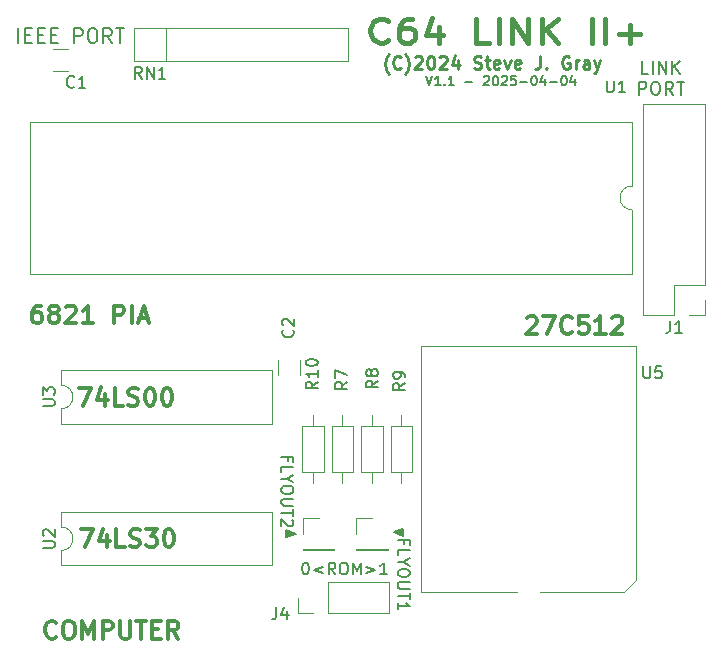
<source format=gbr>
%TF.GenerationSoftware,KiCad,Pcbnew,9.0.0*%
%TF.CreationDate,2025-04-04T12:39:40-04:00*%
%TF.ProjectId,RTC-Link2p,5254432d-4c69-46e6-9b32-702e6b696361,rev?*%
%TF.SameCoordinates,Original*%
%TF.FileFunction,Legend,Top*%
%TF.FilePolarity,Positive*%
%FSLAX46Y46*%
G04 Gerber Fmt 4.6, Leading zero omitted, Abs format (unit mm)*
G04 Created by KiCad (PCBNEW 9.0.0) date 2025-04-04 12:39:40*
%MOMM*%
%LPD*%
G01*
G04 APERTURE LIST*
%ADD10C,0.150000*%
%ADD11C,0.300000*%
%ADD12C,0.220000*%
%ADD13C,0.200000*%
%ADD14C,0.400000*%
%ADD15C,0.120000*%
G04 APERTURE END LIST*
D10*
X147802600Y-99237800D02*
X146989800Y-99517200D01*
X146989800Y-98933000D01*
X147802600Y-99237800D01*
G36*
X147802600Y-99237800D02*
G01*
X146989800Y-99517200D01*
X146989800Y-98933000D01*
X147802600Y-99237800D01*
G37*
X156921200Y-99415600D02*
X156108400Y-99110800D01*
X156921200Y-98831400D01*
X156921200Y-99415600D01*
G36*
X156921200Y-99415600D02*
G01*
X156108400Y-99110800D01*
X156921200Y-98831400D01*
X156921200Y-99415600D01*
G37*
X148583855Y-101663619D02*
X148679093Y-101663619D01*
X148679093Y-101663619D02*
X148774331Y-101711238D01*
X148774331Y-101711238D02*
X148821950Y-101758857D01*
X148821950Y-101758857D02*
X148869569Y-101854095D01*
X148869569Y-101854095D02*
X148917188Y-102044571D01*
X148917188Y-102044571D02*
X148917188Y-102282666D01*
X148917188Y-102282666D02*
X148869569Y-102473142D01*
X148869569Y-102473142D02*
X148821950Y-102568380D01*
X148821950Y-102568380D02*
X148774331Y-102616000D01*
X148774331Y-102616000D02*
X148679093Y-102663619D01*
X148679093Y-102663619D02*
X148583855Y-102663619D01*
X148583855Y-102663619D02*
X148488617Y-102616000D01*
X148488617Y-102616000D02*
X148440998Y-102568380D01*
X148440998Y-102568380D02*
X148393379Y-102473142D01*
X148393379Y-102473142D02*
X148345760Y-102282666D01*
X148345760Y-102282666D02*
X148345760Y-102044571D01*
X148345760Y-102044571D02*
X148393379Y-101854095D01*
X148393379Y-101854095D02*
X148440998Y-101758857D01*
X148440998Y-101758857D02*
X148488617Y-101711238D01*
X148488617Y-101711238D02*
X148583855Y-101663619D01*
X150107665Y-101996952D02*
X149345760Y-102282666D01*
X149345760Y-102282666D02*
X150107665Y-102568380D01*
X151155283Y-102663619D02*
X150821950Y-102187428D01*
X150583855Y-102663619D02*
X150583855Y-101663619D01*
X150583855Y-101663619D02*
X150964807Y-101663619D01*
X150964807Y-101663619D02*
X151060045Y-101711238D01*
X151060045Y-101711238D02*
X151107664Y-101758857D01*
X151107664Y-101758857D02*
X151155283Y-101854095D01*
X151155283Y-101854095D02*
X151155283Y-101996952D01*
X151155283Y-101996952D02*
X151107664Y-102092190D01*
X151107664Y-102092190D02*
X151060045Y-102139809D01*
X151060045Y-102139809D02*
X150964807Y-102187428D01*
X150964807Y-102187428D02*
X150583855Y-102187428D01*
X151774331Y-101663619D02*
X151964807Y-101663619D01*
X151964807Y-101663619D02*
X152060045Y-101711238D01*
X152060045Y-101711238D02*
X152155283Y-101806476D01*
X152155283Y-101806476D02*
X152202902Y-101996952D01*
X152202902Y-101996952D02*
X152202902Y-102330285D01*
X152202902Y-102330285D02*
X152155283Y-102520761D01*
X152155283Y-102520761D02*
X152060045Y-102616000D01*
X152060045Y-102616000D02*
X151964807Y-102663619D01*
X151964807Y-102663619D02*
X151774331Y-102663619D01*
X151774331Y-102663619D02*
X151679093Y-102616000D01*
X151679093Y-102616000D02*
X151583855Y-102520761D01*
X151583855Y-102520761D02*
X151536236Y-102330285D01*
X151536236Y-102330285D02*
X151536236Y-101996952D01*
X151536236Y-101996952D02*
X151583855Y-101806476D01*
X151583855Y-101806476D02*
X151679093Y-101711238D01*
X151679093Y-101711238D02*
X151774331Y-101663619D01*
X152631474Y-102663619D02*
X152631474Y-101663619D01*
X152631474Y-101663619D02*
X152964807Y-102377904D01*
X152964807Y-102377904D02*
X153298140Y-101663619D01*
X153298140Y-101663619D02*
X153298140Y-102663619D01*
X153774331Y-101996952D02*
X154536236Y-102282666D01*
X154536236Y-102282666D02*
X153774331Y-102568380D01*
X155536235Y-102663619D02*
X154964807Y-102663619D01*
X155250521Y-102663619D02*
X155250521Y-101663619D01*
X155250521Y-101663619D02*
X155155283Y-101806476D01*
X155155283Y-101806476D02*
X155060045Y-101901714D01*
X155060045Y-101901714D02*
X154964807Y-101949333D01*
D11*
X126197368Y-79900828D02*
X125911653Y-79900828D01*
X125911653Y-79900828D02*
X125768796Y-79972257D01*
X125768796Y-79972257D02*
X125697368Y-80043685D01*
X125697368Y-80043685D02*
X125554510Y-80257971D01*
X125554510Y-80257971D02*
X125483082Y-80543685D01*
X125483082Y-80543685D02*
X125483082Y-81115114D01*
X125483082Y-81115114D02*
X125554510Y-81257971D01*
X125554510Y-81257971D02*
X125625939Y-81329400D01*
X125625939Y-81329400D02*
X125768796Y-81400828D01*
X125768796Y-81400828D02*
X126054510Y-81400828D01*
X126054510Y-81400828D02*
X126197368Y-81329400D01*
X126197368Y-81329400D02*
X126268796Y-81257971D01*
X126268796Y-81257971D02*
X126340225Y-81115114D01*
X126340225Y-81115114D02*
X126340225Y-80757971D01*
X126340225Y-80757971D02*
X126268796Y-80615114D01*
X126268796Y-80615114D02*
X126197368Y-80543685D01*
X126197368Y-80543685D02*
X126054510Y-80472257D01*
X126054510Y-80472257D02*
X125768796Y-80472257D01*
X125768796Y-80472257D02*
X125625939Y-80543685D01*
X125625939Y-80543685D02*
X125554510Y-80615114D01*
X125554510Y-80615114D02*
X125483082Y-80757971D01*
X127197367Y-80543685D02*
X127054510Y-80472257D01*
X127054510Y-80472257D02*
X126983081Y-80400828D01*
X126983081Y-80400828D02*
X126911653Y-80257971D01*
X126911653Y-80257971D02*
X126911653Y-80186542D01*
X126911653Y-80186542D02*
X126983081Y-80043685D01*
X126983081Y-80043685D02*
X127054510Y-79972257D01*
X127054510Y-79972257D02*
X127197367Y-79900828D01*
X127197367Y-79900828D02*
X127483081Y-79900828D01*
X127483081Y-79900828D02*
X127625939Y-79972257D01*
X127625939Y-79972257D02*
X127697367Y-80043685D01*
X127697367Y-80043685D02*
X127768796Y-80186542D01*
X127768796Y-80186542D02*
X127768796Y-80257971D01*
X127768796Y-80257971D02*
X127697367Y-80400828D01*
X127697367Y-80400828D02*
X127625939Y-80472257D01*
X127625939Y-80472257D02*
X127483081Y-80543685D01*
X127483081Y-80543685D02*
X127197367Y-80543685D01*
X127197367Y-80543685D02*
X127054510Y-80615114D01*
X127054510Y-80615114D02*
X126983081Y-80686542D01*
X126983081Y-80686542D02*
X126911653Y-80829400D01*
X126911653Y-80829400D02*
X126911653Y-81115114D01*
X126911653Y-81115114D02*
X126983081Y-81257971D01*
X126983081Y-81257971D02*
X127054510Y-81329400D01*
X127054510Y-81329400D02*
X127197367Y-81400828D01*
X127197367Y-81400828D02*
X127483081Y-81400828D01*
X127483081Y-81400828D02*
X127625939Y-81329400D01*
X127625939Y-81329400D02*
X127697367Y-81257971D01*
X127697367Y-81257971D02*
X127768796Y-81115114D01*
X127768796Y-81115114D02*
X127768796Y-80829400D01*
X127768796Y-80829400D02*
X127697367Y-80686542D01*
X127697367Y-80686542D02*
X127625939Y-80615114D01*
X127625939Y-80615114D02*
X127483081Y-80543685D01*
X128340224Y-80043685D02*
X128411652Y-79972257D01*
X128411652Y-79972257D02*
X128554510Y-79900828D01*
X128554510Y-79900828D02*
X128911652Y-79900828D01*
X128911652Y-79900828D02*
X129054510Y-79972257D01*
X129054510Y-79972257D02*
X129125938Y-80043685D01*
X129125938Y-80043685D02*
X129197367Y-80186542D01*
X129197367Y-80186542D02*
X129197367Y-80329400D01*
X129197367Y-80329400D02*
X129125938Y-80543685D01*
X129125938Y-80543685D02*
X128268795Y-81400828D01*
X128268795Y-81400828D02*
X129197367Y-81400828D01*
X130625938Y-81400828D02*
X129768795Y-81400828D01*
X130197366Y-81400828D02*
X130197366Y-79900828D01*
X130197366Y-79900828D02*
X130054509Y-80115114D01*
X130054509Y-80115114D02*
X129911652Y-80257971D01*
X129911652Y-80257971D02*
X129768795Y-80329400D01*
X132411651Y-81400828D02*
X132411651Y-79900828D01*
X132411651Y-79900828D02*
X132983080Y-79900828D01*
X132983080Y-79900828D02*
X133125937Y-79972257D01*
X133125937Y-79972257D02*
X133197366Y-80043685D01*
X133197366Y-80043685D02*
X133268794Y-80186542D01*
X133268794Y-80186542D02*
X133268794Y-80400828D01*
X133268794Y-80400828D02*
X133197366Y-80543685D01*
X133197366Y-80543685D02*
X133125937Y-80615114D01*
X133125937Y-80615114D02*
X132983080Y-80686542D01*
X132983080Y-80686542D02*
X132411651Y-80686542D01*
X133911651Y-81400828D02*
X133911651Y-79900828D01*
X134554509Y-80972257D02*
X135268795Y-80972257D01*
X134411652Y-81400828D02*
X134911652Y-79900828D01*
X134911652Y-79900828D02*
X135411652Y-81400828D01*
D10*
X147110390Y-93024512D02*
X147110390Y-92691179D01*
X146586580Y-92691179D02*
X147586580Y-92691179D01*
X147586580Y-92691179D02*
X147586580Y-93167369D01*
X146586580Y-94024512D02*
X146586580Y-93548322D01*
X146586580Y-93548322D02*
X147586580Y-93548322D01*
X147062771Y-94548322D02*
X146586580Y-94548322D01*
X147586580Y-94214989D02*
X147062771Y-94548322D01*
X147062771Y-94548322D02*
X147586580Y-94881655D01*
X147586580Y-95405465D02*
X147586580Y-95595941D01*
X147586580Y-95595941D02*
X147538961Y-95691179D01*
X147538961Y-95691179D02*
X147443723Y-95786417D01*
X147443723Y-95786417D02*
X147253247Y-95834036D01*
X147253247Y-95834036D02*
X146919914Y-95834036D01*
X146919914Y-95834036D02*
X146729438Y-95786417D01*
X146729438Y-95786417D02*
X146634200Y-95691179D01*
X146634200Y-95691179D02*
X146586580Y-95595941D01*
X146586580Y-95595941D02*
X146586580Y-95405465D01*
X146586580Y-95405465D02*
X146634200Y-95310227D01*
X146634200Y-95310227D02*
X146729438Y-95214989D01*
X146729438Y-95214989D02*
X146919914Y-95167370D01*
X146919914Y-95167370D02*
X147253247Y-95167370D01*
X147253247Y-95167370D02*
X147443723Y-95214989D01*
X147443723Y-95214989D02*
X147538961Y-95310227D01*
X147538961Y-95310227D02*
X147586580Y-95405465D01*
X147586580Y-96262608D02*
X146777057Y-96262608D01*
X146777057Y-96262608D02*
X146681819Y-96310227D01*
X146681819Y-96310227D02*
X146634200Y-96357846D01*
X146634200Y-96357846D02*
X146586580Y-96453084D01*
X146586580Y-96453084D02*
X146586580Y-96643560D01*
X146586580Y-96643560D02*
X146634200Y-96738798D01*
X146634200Y-96738798D02*
X146681819Y-96786417D01*
X146681819Y-96786417D02*
X146777057Y-96834036D01*
X146777057Y-96834036D02*
X147586580Y-96834036D01*
X147586580Y-97167370D02*
X147586580Y-97738798D01*
X146586580Y-97453084D02*
X147586580Y-97453084D01*
X147491342Y-98024513D02*
X147538961Y-98072132D01*
X147538961Y-98072132D02*
X147586580Y-98167370D01*
X147586580Y-98167370D02*
X147586580Y-98405465D01*
X147586580Y-98405465D02*
X147538961Y-98500703D01*
X147538961Y-98500703D02*
X147491342Y-98548322D01*
X147491342Y-98548322D02*
X147396104Y-98595941D01*
X147396104Y-98595941D02*
X147300866Y-98595941D01*
X147300866Y-98595941D02*
X147158009Y-98548322D01*
X147158009Y-98548322D02*
X146586580Y-97976894D01*
X146586580Y-97976894D02*
X146586580Y-98595941D01*
D11*
X127511653Y-107957971D02*
X127440225Y-108029400D01*
X127440225Y-108029400D02*
X127225939Y-108100828D01*
X127225939Y-108100828D02*
X127083082Y-108100828D01*
X127083082Y-108100828D02*
X126868796Y-108029400D01*
X126868796Y-108029400D02*
X126725939Y-107886542D01*
X126725939Y-107886542D02*
X126654510Y-107743685D01*
X126654510Y-107743685D02*
X126583082Y-107457971D01*
X126583082Y-107457971D02*
X126583082Y-107243685D01*
X126583082Y-107243685D02*
X126654510Y-106957971D01*
X126654510Y-106957971D02*
X126725939Y-106815114D01*
X126725939Y-106815114D02*
X126868796Y-106672257D01*
X126868796Y-106672257D02*
X127083082Y-106600828D01*
X127083082Y-106600828D02*
X127225939Y-106600828D01*
X127225939Y-106600828D02*
X127440225Y-106672257D01*
X127440225Y-106672257D02*
X127511653Y-106743685D01*
X128440225Y-106600828D02*
X128725939Y-106600828D01*
X128725939Y-106600828D02*
X128868796Y-106672257D01*
X128868796Y-106672257D02*
X129011653Y-106815114D01*
X129011653Y-106815114D02*
X129083082Y-107100828D01*
X129083082Y-107100828D02*
X129083082Y-107600828D01*
X129083082Y-107600828D02*
X129011653Y-107886542D01*
X129011653Y-107886542D02*
X128868796Y-108029400D01*
X128868796Y-108029400D02*
X128725939Y-108100828D01*
X128725939Y-108100828D02*
X128440225Y-108100828D01*
X128440225Y-108100828D02*
X128297368Y-108029400D01*
X128297368Y-108029400D02*
X128154510Y-107886542D01*
X128154510Y-107886542D02*
X128083082Y-107600828D01*
X128083082Y-107600828D02*
X128083082Y-107100828D01*
X128083082Y-107100828D02*
X128154510Y-106815114D01*
X128154510Y-106815114D02*
X128297368Y-106672257D01*
X128297368Y-106672257D02*
X128440225Y-106600828D01*
X129725939Y-108100828D02*
X129725939Y-106600828D01*
X129725939Y-106600828D02*
X130225939Y-107672257D01*
X130225939Y-107672257D02*
X130725939Y-106600828D01*
X130725939Y-106600828D02*
X130725939Y-108100828D01*
X131440225Y-108100828D02*
X131440225Y-106600828D01*
X131440225Y-106600828D02*
X132011654Y-106600828D01*
X132011654Y-106600828D02*
X132154511Y-106672257D01*
X132154511Y-106672257D02*
X132225940Y-106743685D01*
X132225940Y-106743685D02*
X132297368Y-106886542D01*
X132297368Y-106886542D02*
X132297368Y-107100828D01*
X132297368Y-107100828D02*
X132225940Y-107243685D01*
X132225940Y-107243685D02*
X132154511Y-107315114D01*
X132154511Y-107315114D02*
X132011654Y-107386542D01*
X132011654Y-107386542D02*
X131440225Y-107386542D01*
X132940225Y-106600828D02*
X132940225Y-107815114D01*
X132940225Y-107815114D02*
X133011654Y-107957971D01*
X133011654Y-107957971D02*
X133083083Y-108029400D01*
X133083083Y-108029400D02*
X133225940Y-108100828D01*
X133225940Y-108100828D02*
X133511654Y-108100828D01*
X133511654Y-108100828D02*
X133654511Y-108029400D01*
X133654511Y-108029400D02*
X133725940Y-107957971D01*
X133725940Y-107957971D02*
X133797368Y-107815114D01*
X133797368Y-107815114D02*
X133797368Y-106600828D01*
X134297369Y-106600828D02*
X135154512Y-106600828D01*
X134725940Y-108100828D02*
X134725940Y-106600828D01*
X135654511Y-107315114D02*
X136154511Y-107315114D01*
X136368797Y-108100828D02*
X135654511Y-108100828D01*
X135654511Y-108100828D02*
X135654511Y-106600828D01*
X135654511Y-106600828D02*
X136368797Y-106600828D01*
X137868797Y-108100828D02*
X137368797Y-107386542D01*
X137011654Y-108100828D02*
X137011654Y-106600828D01*
X137011654Y-106600828D02*
X137583083Y-106600828D01*
X137583083Y-106600828D02*
X137725940Y-106672257D01*
X137725940Y-106672257D02*
X137797369Y-106743685D01*
X137797369Y-106743685D02*
X137868797Y-106886542D01*
X137868797Y-106886542D02*
X137868797Y-107100828D01*
X137868797Y-107100828D02*
X137797369Y-107243685D01*
X137797369Y-107243685D02*
X137725940Y-107315114D01*
X137725940Y-107315114D02*
X137583083Y-107386542D01*
X137583083Y-107386542D02*
X137011654Y-107386542D01*
D12*
X155666582Y-60293188D02*
X155614201Y-60240807D01*
X155614201Y-60240807D02*
X155509439Y-60083664D01*
X155509439Y-60083664D02*
X155457058Y-59978902D01*
X155457058Y-59978902D02*
X155404677Y-59821760D01*
X155404677Y-59821760D02*
X155352296Y-59559855D01*
X155352296Y-59559855D02*
X155352296Y-59350331D01*
X155352296Y-59350331D02*
X155404677Y-59088426D01*
X155404677Y-59088426D02*
X155457058Y-58931283D01*
X155457058Y-58931283D02*
X155509439Y-58826521D01*
X155509439Y-58826521D02*
X155614201Y-58669379D01*
X155614201Y-58669379D02*
X155666582Y-58616998D01*
X156714201Y-59769379D02*
X156661820Y-59821760D01*
X156661820Y-59821760D02*
X156504677Y-59874140D01*
X156504677Y-59874140D02*
X156399915Y-59874140D01*
X156399915Y-59874140D02*
X156242772Y-59821760D01*
X156242772Y-59821760D02*
X156138010Y-59716998D01*
X156138010Y-59716998D02*
X156085629Y-59612236D01*
X156085629Y-59612236D02*
X156033248Y-59402712D01*
X156033248Y-59402712D02*
X156033248Y-59245569D01*
X156033248Y-59245569D02*
X156085629Y-59036045D01*
X156085629Y-59036045D02*
X156138010Y-58931283D01*
X156138010Y-58931283D02*
X156242772Y-58826521D01*
X156242772Y-58826521D02*
X156399915Y-58774140D01*
X156399915Y-58774140D02*
X156504677Y-58774140D01*
X156504677Y-58774140D02*
X156661820Y-58826521D01*
X156661820Y-58826521D02*
X156714201Y-58878902D01*
X157080867Y-60293188D02*
X157133248Y-60240807D01*
X157133248Y-60240807D02*
X157238010Y-60083664D01*
X157238010Y-60083664D02*
X157290391Y-59978902D01*
X157290391Y-59978902D02*
X157342772Y-59821760D01*
X157342772Y-59821760D02*
X157395153Y-59559855D01*
X157395153Y-59559855D02*
X157395153Y-59350331D01*
X157395153Y-59350331D02*
X157342772Y-59088426D01*
X157342772Y-59088426D02*
X157290391Y-58931283D01*
X157290391Y-58931283D02*
X157238010Y-58826521D01*
X157238010Y-58826521D02*
X157133248Y-58669379D01*
X157133248Y-58669379D02*
X157080867Y-58616998D01*
X157866581Y-58878902D02*
X157918962Y-58826521D01*
X157918962Y-58826521D02*
X158023724Y-58774140D01*
X158023724Y-58774140D02*
X158285629Y-58774140D01*
X158285629Y-58774140D02*
X158390391Y-58826521D01*
X158390391Y-58826521D02*
X158442772Y-58878902D01*
X158442772Y-58878902D02*
X158495153Y-58983664D01*
X158495153Y-58983664D02*
X158495153Y-59088426D01*
X158495153Y-59088426D02*
X158442772Y-59245569D01*
X158442772Y-59245569D02*
X157814200Y-59874140D01*
X157814200Y-59874140D02*
X158495153Y-59874140D01*
X159176105Y-58774140D02*
X159280867Y-58774140D01*
X159280867Y-58774140D02*
X159385629Y-58826521D01*
X159385629Y-58826521D02*
X159438010Y-58878902D01*
X159438010Y-58878902D02*
X159490391Y-58983664D01*
X159490391Y-58983664D02*
X159542772Y-59193188D01*
X159542772Y-59193188D02*
X159542772Y-59455093D01*
X159542772Y-59455093D02*
X159490391Y-59664617D01*
X159490391Y-59664617D02*
X159438010Y-59769379D01*
X159438010Y-59769379D02*
X159385629Y-59821760D01*
X159385629Y-59821760D02*
X159280867Y-59874140D01*
X159280867Y-59874140D02*
X159176105Y-59874140D01*
X159176105Y-59874140D02*
X159071343Y-59821760D01*
X159071343Y-59821760D02*
X159018962Y-59769379D01*
X159018962Y-59769379D02*
X158966581Y-59664617D01*
X158966581Y-59664617D02*
X158914200Y-59455093D01*
X158914200Y-59455093D02*
X158914200Y-59193188D01*
X158914200Y-59193188D02*
X158966581Y-58983664D01*
X158966581Y-58983664D02*
X159018962Y-58878902D01*
X159018962Y-58878902D02*
X159071343Y-58826521D01*
X159071343Y-58826521D02*
X159176105Y-58774140D01*
X159961819Y-58878902D02*
X160014200Y-58826521D01*
X160014200Y-58826521D02*
X160118962Y-58774140D01*
X160118962Y-58774140D02*
X160380867Y-58774140D01*
X160380867Y-58774140D02*
X160485629Y-58826521D01*
X160485629Y-58826521D02*
X160538010Y-58878902D01*
X160538010Y-58878902D02*
X160590391Y-58983664D01*
X160590391Y-58983664D02*
X160590391Y-59088426D01*
X160590391Y-59088426D02*
X160538010Y-59245569D01*
X160538010Y-59245569D02*
X159909438Y-59874140D01*
X159909438Y-59874140D02*
X160590391Y-59874140D01*
X161533248Y-59140807D02*
X161533248Y-59874140D01*
X161271343Y-58721760D02*
X161009438Y-59507474D01*
X161009438Y-59507474D02*
X161690391Y-59507474D01*
X162895152Y-59821760D02*
X163052295Y-59874140D01*
X163052295Y-59874140D02*
X163314200Y-59874140D01*
X163314200Y-59874140D02*
X163418962Y-59821760D01*
X163418962Y-59821760D02*
X163471343Y-59769379D01*
X163471343Y-59769379D02*
X163523724Y-59664617D01*
X163523724Y-59664617D02*
X163523724Y-59559855D01*
X163523724Y-59559855D02*
X163471343Y-59455093D01*
X163471343Y-59455093D02*
X163418962Y-59402712D01*
X163418962Y-59402712D02*
X163314200Y-59350331D01*
X163314200Y-59350331D02*
X163104676Y-59297950D01*
X163104676Y-59297950D02*
X162999914Y-59245569D01*
X162999914Y-59245569D02*
X162947533Y-59193188D01*
X162947533Y-59193188D02*
X162895152Y-59088426D01*
X162895152Y-59088426D02*
X162895152Y-58983664D01*
X162895152Y-58983664D02*
X162947533Y-58878902D01*
X162947533Y-58878902D02*
X162999914Y-58826521D01*
X162999914Y-58826521D02*
X163104676Y-58774140D01*
X163104676Y-58774140D02*
X163366581Y-58774140D01*
X163366581Y-58774140D02*
X163523724Y-58826521D01*
X163838009Y-59140807D02*
X164257057Y-59140807D01*
X163995152Y-58774140D02*
X163995152Y-59716998D01*
X163995152Y-59716998D02*
X164047533Y-59821760D01*
X164047533Y-59821760D02*
X164152295Y-59874140D01*
X164152295Y-59874140D02*
X164257057Y-59874140D01*
X165042771Y-59821760D02*
X164938009Y-59874140D01*
X164938009Y-59874140D02*
X164728485Y-59874140D01*
X164728485Y-59874140D02*
X164623723Y-59821760D01*
X164623723Y-59821760D02*
X164571342Y-59716998D01*
X164571342Y-59716998D02*
X164571342Y-59297950D01*
X164571342Y-59297950D02*
X164623723Y-59193188D01*
X164623723Y-59193188D02*
X164728485Y-59140807D01*
X164728485Y-59140807D02*
X164938009Y-59140807D01*
X164938009Y-59140807D02*
X165042771Y-59193188D01*
X165042771Y-59193188D02*
X165095152Y-59297950D01*
X165095152Y-59297950D02*
X165095152Y-59402712D01*
X165095152Y-59402712D02*
X164571342Y-59507474D01*
X165461818Y-59140807D02*
X165723723Y-59874140D01*
X165723723Y-59874140D02*
X165985628Y-59140807D01*
X166823723Y-59821760D02*
X166718961Y-59874140D01*
X166718961Y-59874140D02*
X166509437Y-59874140D01*
X166509437Y-59874140D02*
X166404675Y-59821760D01*
X166404675Y-59821760D02*
X166352294Y-59716998D01*
X166352294Y-59716998D02*
X166352294Y-59297950D01*
X166352294Y-59297950D02*
X166404675Y-59193188D01*
X166404675Y-59193188D02*
X166509437Y-59140807D01*
X166509437Y-59140807D02*
X166718961Y-59140807D01*
X166718961Y-59140807D02*
X166823723Y-59193188D01*
X166823723Y-59193188D02*
X166876104Y-59297950D01*
X166876104Y-59297950D02*
X166876104Y-59402712D01*
X166876104Y-59402712D02*
X166352294Y-59507474D01*
X168499913Y-58774140D02*
X168499913Y-59559855D01*
X168499913Y-59559855D02*
X168447532Y-59716998D01*
X168447532Y-59716998D02*
X168342770Y-59821760D01*
X168342770Y-59821760D02*
X168185627Y-59874140D01*
X168185627Y-59874140D02*
X168080865Y-59874140D01*
X169023722Y-59769379D02*
X169076103Y-59821760D01*
X169076103Y-59821760D02*
X169023722Y-59874140D01*
X169023722Y-59874140D02*
X168971341Y-59821760D01*
X168971341Y-59821760D02*
X169023722Y-59769379D01*
X169023722Y-59769379D02*
X169023722Y-59874140D01*
X170961818Y-58826521D02*
X170857056Y-58774140D01*
X170857056Y-58774140D02*
X170699913Y-58774140D01*
X170699913Y-58774140D02*
X170542770Y-58826521D01*
X170542770Y-58826521D02*
X170438008Y-58931283D01*
X170438008Y-58931283D02*
X170385627Y-59036045D01*
X170385627Y-59036045D02*
X170333246Y-59245569D01*
X170333246Y-59245569D02*
X170333246Y-59402712D01*
X170333246Y-59402712D02*
X170385627Y-59612236D01*
X170385627Y-59612236D02*
X170438008Y-59716998D01*
X170438008Y-59716998D02*
X170542770Y-59821760D01*
X170542770Y-59821760D02*
X170699913Y-59874140D01*
X170699913Y-59874140D02*
X170804675Y-59874140D01*
X170804675Y-59874140D02*
X170961818Y-59821760D01*
X170961818Y-59821760D02*
X171014199Y-59769379D01*
X171014199Y-59769379D02*
X171014199Y-59402712D01*
X171014199Y-59402712D02*
X170804675Y-59402712D01*
X171485627Y-59874140D02*
X171485627Y-59140807D01*
X171485627Y-59350331D02*
X171538008Y-59245569D01*
X171538008Y-59245569D02*
X171590389Y-59193188D01*
X171590389Y-59193188D02*
X171695151Y-59140807D01*
X171695151Y-59140807D02*
X171799913Y-59140807D01*
X172638008Y-59874140D02*
X172638008Y-59297950D01*
X172638008Y-59297950D02*
X172585627Y-59193188D01*
X172585627Y-59193188D02*
X172480865Y-59140807D01*
X172480865Y-59140807D02*
X172271341Y-59140807D01*
X172271341Y-59140807D02*
X172166579Y-59193188D01*
X172638008Y-59821760D02*
X172533246Y-59874140D01*
X172533246Y-59874140D02*
X172271341Y-59874140D01*
X172271341Y-59874140D02*
X172166579Y-59821760D01*
X172166579Y-59821760D02*
X172114198Y-59716998D01*
X172114198Y-59716998D02*
X172114198Y-59612236D01*
X172114198Y-59612236D02*
X172166579Y-59507474D01*
X172166579Y-59507474D02*
X172271341Y-59455093D01*
X172271341Y-59455093D02*
X172533246Y-59455093D01*
X172533246Y-59455093D02*
X172638008Y-59402712D01*
X173057055Y-59140807D02*
X173318960Y-59874140D01*
X173580865Y-59140807D02*
X173318960Y-59874140D01*
X173318960Y-59874140D02*
X173214198Y-60136045D01*
X173214198Y-60136045D02*
X173161817Y-60188426D01*
X173161817Y-60188426D02*
X173057055Y-60240807D01*
D10*
X156965590Y-100060312D02*
X156965590Y-99726979D01*
X156441780Y-99726979D02*
X157441780Y-99726979D01*
X157441780Y-99726979D02*
X157441780Y-100203169D01*
X156441780Y-101060312D02*
X156441780Y-100584122D01*
X156441780Y-100584122D02*
X157441780Y-100584122D01*
X156917971Y-101584122D02*
X156441780Y-101584122D01*
X157441780Y-101250789D02*
X156917971Y-101584122D01*
X156917971Y-101584122D02*
X157441780Y-101917455D01*
X157441780Y-102441265D02*
X157441780Y-102631741D01*
X157441780Y-102631741D02*
X157394161Y-102726979D01*
X157394161Y-102726979D02*
X157298923Y-102822217D01*
X157298923Y-102822217D02*
X157108447Y-102869836D01*
X157108447Y-102869836D02*
X156775114Y-102869836D01*
X156775114Y-102869836D02*
X156584638Y-102822217D01*
X156584638Y-102822217D02*
X156489400Y-102726979D01*
X156489400Y-102726979D02*
X156441780Y-102631741D01*
X156441780Y-102631741D02*
X156441780Y-102441265D01*
X156441780Y-102441265D02*
X156489400Y-102346027D01*
X156489400Y-102346027D02*
X156584638Y-102250789D01*
X156584638Y-102250789D02*
X156775114Y-102203170D01*
X156775114Y-102203170D02*
X157108447Y-102203170D01*
X157108447Y-102203170D02*
X157298923Y-102250789D01*
X157298923Y-102250789D02*
X157394161Y-102346027D01*
X157394161Y-102346027D02*
X157441780Y-102441265D01*
X157441780Y-103298408D02*
X156632257Y-103298408D01*
X156632257Y-103298408D02*
X156537019Y-103346027D01*
X156537019Y-103346027D02*
X156489400Y-103393646D01*
X156489400Y-103393646D02*
X156441780Y-103488884D01*
X156441780Y-103488884D02*
X156441780Y-103679360D01*
X156441780Y-103679360D02*
X156489400Y-103774598D01*
X156489400Y-103774598D02*
X156537019Y-103822217D01*
X156537019Y-103822217D02*
X156632257Y-103869836D01*
X156632257Y-103869836D02*
X157441780Y-103869836D01*
X157441780Y-104203170D02*
X157441780Y-104774598D01*
X156441780Y-104488884D02*
X157441780Y-104488884D01*
X156441780Y-105631741D02*
X156441780Y-105060313D01*
X156441780Y-105346027D02*
X157441780Y-105346027D01*
X157441780Y-105346027D02*
X157298923Y-105250789D01*
X157298923Y-105250789D02*
X157203685Y-105155551D01*
X157203685Y-105155551D02*
X157156066Y-105060313D01*
D13*
X124317292Y-57642742D02*
X124317292Y-56442742D01*
X124888721Y-57014171D02*
X125288721Y-57014171D01*
X125460149Y-57642742D02*
X124888721Y-57642742D01*
X124888721Y-57642742D02*
X124888721Y-56442742D01*
X124888721Y-56442742D02*
X125460149Y-56442742D01*
X125974435Y-57014171D02*
X126374435Y-57014171D01*
X126545863Y-57642742D02*
X125974435Y-57642742D01*
X125974435Y-57642742D02*
X125974435Y-56442742D01*
X125974435Y-56442742D02*
X126545863Y-56442742D01*
X127060149Y-57014171D02*
X127460149Y-57014171D01*
X127631577Y-57642742D02*
X127060149Y-57642742D01*
X127060149Y-57642742D02*
X127060149Y-56442742D01*
X127060149Y-56442742D02*
X127631577Y-56442742D01*
X129060149Y-57642742D02*
X129060149Y-56442742D01*
X129060149Y-56442742D02*
X129517292Y-56442742D01*
X129517292Y-56442742D02*
X129631577Y-56499885D01*
X129631577Y-56499885D02*
X129688720Y-56557028D01*
X129688720Y-56557028D02*
X129745863Y-56671314D01*
X129745863Y-56671314D02*
X129745863Y-56842742D01*
X129745863Y-56842742D02*
X129688720Y-56957028D01*
X129688720Y-56957028D02*
X129631577Y-57014171D01*
X129631577Y-57014171D02*
X129517292Y-57071314D01*
X129517292Y-57071314D02*
X129060149Y-57071314D01*
X130488720Y-56442742D02*
X130717292Y-56442742D01*
X130717292Y-56442742D02*
X130831577Y-56499885D01*
X130831577Y-56499885D02*
X130945863Y-56614171D01*
X130945863Y-56614171D02*
X131003006Y-56842742D01*
X131003006Y-56842742D02*
X131003006Y-57242742D01*
X131003006Y-57242742D02*
X130945863Y-57471314D01*
X130945863Y-57471314D02*
X130831577Y-57585600D01*
X130831577Y-57585600D02*
X130717292Y-57642742D01*
X130717292Y-57642742D02*
X130488720Y-57642742D01*
X130488720Y-57642742D02*
X130374435Y-57585600D01*
X130374435Y-57585600D02*
X130260149Y-57471314D01*
X130260149Y-57471314D02*
X130203006Y-57242742D01*
X130203006Y-57242742D02*
X130203006Y-56842742D01*
X130203006Y-56842742D02*
X130260149Y-56614171D01*
X130260149Y-56614171D02*
X130374435Y-56499885D01*
X130374435Y-56499885D02*
X130488720Y-56442742D01*
X132203006Y-57642742D02*
X131803006Y-57071314D01*
X131517292Y-57642742D02*
X131517292Y-56442742D01*
X131517292Y-56442742D02*
X131974435Y-56442742D01*
X131974435Y-56442742D02*
X132088720Y-56499885D01*
X132088720Y-56499885D02*
X132145863Y-56557028D01*
X132145863Y-56557028D02*
X132203006Y-56671314D01*
X132203006Y-56671314D02*
X132203006Y-56842742D01*
X132203006Y-56842742D02*
X132145863Y-56957028D01*
X132145863Y-56957028D02*
X132088720Y-57014171D01*
X132088720Y-57014171D02*
X131974435Y-57071314D01*
X131974435Y-57071314D02*
X131517292Y-57071314D01*
X132545863Y-56442742D02*
X133231578Y-56442742D01*
X132888720Y-57642742D02*
X132888720Y-56442742D01*
D11*
X129469053Y-86870628D02*
X130469053Y-86870628D01*
X130469053Y-86870628D02*
X129826196Y-88370628D01*
X131683339Y-87370628D02*
X131683339Y-88370628D01*
X131326196Y-86799200D02*
X130969053Y-87870628D01*
X130969053Y-87870628D02*
X131897624Y-87870628D01*
X133183338Y-88370628D02*
X132469052Y-88370628D01*
X132469052Y-88370628D02*
X132469052Y-86870628D01*
X133611910Y-88299200D02*
X133826196Y-88370628D01*
X133826196Y-88370628D02*
X134183338Y-88370628D01*
X134183338Y-88370628D02*
X134326196Y-88299200D01*
X134326196Y-88299200D02*
X134397624Y-88227771D01*
X134397624Y-88227771D02*
X134469053Y-88084914D01*
X134469053Y-88084914D02*
X134469053Y-87942057D01*
X134469053Y-87942057D02*
X134397624Y-87799200D01*
X134397624Y-87799200D02*
X134326196Y-87727771D01*
X134326196Y-87727771D02*
X134183338Y-87656342D01*
X134183338Y-87656342D02*
X133897624Y-87584914D01*
X133897624Y-87584914D02*
X133754767Y-87513485D01*
X133754767Y-87513485D02*
X133683338Y-87442057D01*
X133683338Y-87442057D02*
X133611910Y-87299200D01*
X133611910Y-87299200D02*
X133611910Y-87156342D01*
X133611910Y-87156342D02*
X133683338Y-87013485D01*
X133683338Y-87013485D02*
X133754767Y-86942057D01*
X133754767Y-86942057D02*
X133897624Y-86870628D01*
X133897624Y-86870628D02*
X134254767Y-86870628D01*
X134254767Y-86870628D02*
X134469053Y-86942057D01*
X135397624Y-86870628D02*
X135540481Y-86870628D01*
X135540481Y-86870628D02*
X135683338Y-86942057D01*
X135683338Y-86942057D02*
X135754767Y-87013485D01*
X135754767Y-87013485D02*
X135826195Y-87156342D01*
X135826195Y-87156342D02*
X135897624Y-87442057D01*
X135897624Y-87442057D02*
X135897624Y-87799200D01*
X135897624Y-87799200D02*
X135826195Y-88084914D01*
X135826195Y-88084914D02*
X135754767Y-88227771D01*
X135754767Y-88227771D02*
X135683338Y-88299200D01*
X135683338Y-88299200D02*
X135540481Y-88370628D01*
X135540481Y-88370628D02*
X135397624Y-88370628D01*
X135397624Y-88370628D02*
X135254767Y-88299200D01*
X135254767Y-88299200D02*
X135183338Y-88227771D01*
X135183338Y-88227771D02*
X135111909Y-88084914D01*
X135111909Y-88084914D02*
X135040481Y-87799200D01*
X135040481Y-87799200D02*
X135040481Y-87442057D01*
X135040481Y-87442057D02*
X135111909Y-87156342D01*
X135111909Y-87156342D02*
X135183338Y-87013485D01*
X135183338Y-87013485D02*
X135254767Y-86942057D01*
X135254767Y-86942057D02*
X135397624Y-86870628D01*
X136826195Y-86870628D02*
X136969052Y-86870628D01*
X136969052Y-86870628D02*
X137111909Y-86942057D01*
X137111909Y-86942057D02*
X137183338Y-87013485D01*
X137183338Y-87013485D02*
X137254766Y-87156342D01*
X137254766Y-87156342D02*
X137326195Y-87442057D01*
X137326195Y-87442057D02*
X137326195Y-87799200D01*
X137326195Y-87799200D02*
X137254766Y-88084914D01*
X137254766Y-88084914D02*
X137183338Y-88227771D01*
X137183338Y-88227771D02*
X137111909Y-88299200D01*
X137111909Y-88299200D02*
X136969052Y-88370628D01*
X136969052Y-88370628D02*
X136826195Y-88370628D01*
X136826195Y-88370628D02*
X136683338Y-88299200D01*
X136683338Y-88299200D02*
X136611909Y-88227771D01*
X136611909Y-88227771D02*
X136540480Y-88084914D01*
X136540480Y-88084914D02*
X136469052Y-87799200D01*
X136469052Y-87799200D02*
X136469052Y-87442057D01*
X136469052Y-87442057D02*
X136540480Y-87156342D01*
X136540480Y-87156342D02*
X136611909Y-87013485D01*
X136611909Y-87013485D02*
X136683338Y-86942057D01*
X136683338Y-86942057D02*
X136826195Y-86870628D01*
X129621453Y-98859428D02*
X130621453Y-98859428D01*
X130621453Y-98859428D02*
X129978596Y-100359428D01*
X131835739Y-99359428D02*
X131835739Y-100359428D01*
X131478596Y-98788000D02*
X131121453Y-99859428D01*
X131121453Y-99859428D02*
X132050024Y-99859428D01*
X133335738Y-100359428D02*
X132621452Y-100359428D01*
X132621452Y-100359428D02*
X132621452Y-98859428D01*
X133764310Y-100288000D02*
X133978596Y-100359428D01*
X133978596Y-100359428D02*
X134335738Y-100359428D01*
X134335738Y-100359428D02*
X134478596Y-100288000D01*
X134478596Y-100288000D02*
X134550024Y-100216571D01*
X134550024Y-100216571D02*
X134621453Y-100073714D01*
X134621453Y-100073714D02*
X134621453Y-99930857D01*
X134621453Y-99930857D02*
X134550024Y-99788000D01*
X134550024Y-99788000D02*
X134478596Y-99716571D01*
X134478596Y-99716571D02*
X134335738Y-99645142D01*
X134335738Y-99645142D02*
X134050024Y-99573714D01*
X134050024Y-99573714D02*
X133907167Y-99502285D01*
X133907167Y-99502285D02*
X133835738Y-99430857D01*
X133835738Y-99430857D02*
X133764310Y-99288000D01*
X133764310Y-99288000D02*
X133764310Y-99145142D01*
X133764310Y-99145142D02*
X133835738Y-99002285D01*
X133835738Y-99002285D02*
X133907167Y-98930857D01*
X133907167Y-98930857D02*
X134050024Y-98859428D01*
X134050024Y-98859428D02*
X134407167Y-98859428D01*
X134407167Y-98859428D02*
X134621453Y-98930857D01*
X135121452Y-98859428D02*
X136050024Y-98859428D01*
X136050024Y-98859428D02*
X135550024Y-99430857D01*
X135550024Y-99430857D02*
X135764309Y-99430857D01*
X135764309Y-99430857D02*
X135907167Y-99502285D01*
X135907167Y-99502285D02*
X135978595Y-99573714D01*
X135978595Y-99573714D02*
X136050024Y-99716571D01*
X136050024Y-99716571D02*
X136050024Y-100073714D01*
X136050024Y-100073714D02*
X135978595Y-100216571D01*
X135978595Y-100216571D02*
X135907167Y-100288000D01*
X135907167Y-100288000D02*
X135764309Y-100359428D01*
X135764309Y-100359428D02*
X135335738Y-100359428D01*
X135335738Y-100359428D02*
X135192881Y-100288000D01*
X135192881Y-100288000D02*
X135121452Y-100216571D01*
X136978595Y-98859428D02*
X137121452Y-98859428D01*
X137121452Y-98859428D02*
X137264309Y-98930857D01*
X137264309Y-98930857D02*
X137335738Y-99002285D01*
X137335738Y-99002285D02*
X137407166Y-99145142D01*
X137407166Y-99145142D02*
X137478595Y-99430857D01*
X137478595Y-99430857D02*
X137478595Y-99788000D01*
X137478595Y-99788000D02*
X137407166Y-100073714D01*
X137407166Y-100073714D02*
X137335738Y-100216571D01*
X137335738Y-100216571D02*
X137264309Y-100288000D01*
X137264309Y-100288000D02*
X137121452Y-100359428D01*
X137121452Y-100359428D02*
X136978595Y-100359428D01*
X136978595Y-100359428D02*
X136835738Y-100288000D01*
X136835738Y-100288000D02*
X136764309Y-100216571D01*
X136764309Y-100216571D02*
X136692880Y-100073714D01*
X136692880Y-100073714D02*
X136621452Y-99788000D01*
X136621452Y-99788000D02*
X136621452Y-99430857D01*
X136621452Y-99430857D02*
X136692880Y-99145142D01*
X136692880Y-99145142D02*
X136764309Y-99002285D01*
X136764309Y-99002285D02*
X136835738Y-98930857D01*
X136835738Y-98930857D02*
X136978595Y-98859428D01*
D13*
X158839694Y-60458095D02*
X159106361Y-61258095D01*
X159106361Y-61258095D02*
X159373027Y-60458095D01*
X160058741Y-61258095D02*
X159601598Y-61258095D01*
X159830170Y-61258095D02*
X159830170Y-60458095D01*
X159830170Y-60458095D02*
X159753979Y-60572380D01*
X159753979Y-60572380D02*
X159677789Y-60648571D01*
X159677789Y-60648571D02*
X159601598Y-60686666D01*
X160401599Y-61181904D02*
X160439694Y-61220000D01*
X160439694Y-61220000D02*
X160401599Y-61258095D01*
X160401599Y-61258095D02*
X160363503Y-61220000D01*
X160363503Y-61220000D02*
X160401599Y-61181904D01*
X160401599Y-61181904D02*
X160401599Y-61258095D01*
X161201598Y-61258095D02*
X160744455Y-61258095D01*
X160973027Y-61258095D02*
X160973027Y-60458095D01*
X160973027Y-60458095D02*
X160896836Y-60572380D01*
X160896836Y-60572380D02*
X160820646Y-60648571D01*
X160820646Y-60648571D02*
X160744455Y-60686666D01*
X162153980Y-60953333D02*
X162763504Y-60953333D01*
X163715884Y-60534285D02*
X163753980Y-60496190D01*
X163753980Y-60496190D02*
X163830170Y-60458095D01*
X163830170Y-60458095D02*
X164020646Y-60458095D01*
X164020646Y-60458095D02*
X164096837Y-60496190D01*
X164096837Y-60496190D02*
X164134932Y-60534285D01*
X164134932Y-60534285D02*
X164173027Y-60610476D01*
X164173027Y-60610476D02*
X164173027Y-60686666D01*
X164173027Y-60686666D02*
X164134932Y-60800952D01*
X164134932Y-60800952D02*
X163677789Y-61258095D01*
X163677789Y-61258095D02*
X164173027Y-61258095D01*
X164668266Y-60458095D02*
X164744456Y-60458095D01*
X164744456Y-60458095D02*
X164820647Y-60496190D01*
X164820647Y-60496190D02*
X164858742Y-60534285D01*
X164858742Y-60534285D02*
X164896837Y-60610476D01*
X164896837Y-60610476D02*
X164934932Y-60762857D01*
X164934932Y-60762857D02*
X164934932Y-60953333D01*
X164934932Y-60953333D02*
X164896837Y-61105714D01*
X164896837Y-61105714D02*
X164858742Y-61181904D01*
X164858742Y-61181904D02*
X164820647Y-61220000D01*
X164820647Y-61220000D02*
X164744456Y-61258095D01*
X164744456Y-61258095D02*
X164668266Y-61258095D01*
X164668266Y-61258095D02*
X164592075Y-61220000D01*
X164592075Y-61220000D02*
X164553980Y-61181904D01*
X164553980Y-61181904D02*
X164515885Y-61105714D01*
X164515885Y-61105714D02*
X164477789Y-60953333D01*
X164477789Y-60953333D02*
X164477789Y-60762857D01*
X164477789Y-60762857D02*
X164515885Y-60610476D01*
X164515885Y-60610476D02*
X164553980Y-60534285D01*
X164553980Y-60534285D02*
X164592075Y-60496190D01*
X164592075Y-60496190D02*
X164668266Y-60458095D01*
X165239694Y-60534285D02*
X165277790Y-60496190D01*
X165277790Y-60496190D02*
X165353980Y-60458095D01*
X165353980Y-60458095D02*
X165544456Y-60458095D01*
X165544456Y-60458095D02*
X165620647Y-60496190D01*
X165620647Y-60496190D02*
X165658742Y-60534285D01*
X165658742Y-60534285D02*
X165696837Y-60610476D01*
X165696837Y-60610476D02*
X165696837Y-60686666D01*
X165696837Y-60686666D02*
X165658742Y-60800952D01*
X165658742Y-60800952D02*
X165201599Y-61258095D01*
X165201599Y-61258095D02*
X165696837Y-61258095D01*
X166420647Y-60458095D02*
X166039695Y-60458095D01*
X166039695Y-60458095D02*
X166001599Y-60839047D01*
X166001599Y-60839047D02*
X166039695Y-60800952D01*
X166039695Y-60800952D02*
X166115885Y-60762857D01*
X166115885Y-60762857D02*
X166306361Y-60762857D01*
X166306361Y-60762857D02*
X166382552Y-60800952D01*
X166382552Y-60800952D02*
X166420647Y-60839047D01*
X166420647Y-60839047D02*
X166458742Y-60915238D01*
X166458742Y-60915238D02*
X166458742Y-61105714D01*
X166458742Y-61105714D02*
X166420647Y-61181904D01*
X166420647Y-61181904D02*
X166382552Y-61220000D01*
X166382552Y-61220000D02*
X166306361Y-61258095D01*
X166306361Y-61258095D02*
X166115885Y-61258095D01*
X166115885Y-61258095D02*
X166039695Y-61220000D01*
X166039695Y-61220000D02*
X166001599Y-61181904D01*
X166801600Y-60953333D02*
X167411124Y-60953333D01*
X167944457Y-60458095D02*
X168020647Y-60458095D01*
X168020647Y-60458095D02*
X168096838Y-60496190D01*
X168096838Y-60496190D02*
X168134933Y-60534285D01*
X168134933Y-60534285D02*
X168173028Y-60610476D01*
X168173028Y-60610476D02*
X168211123Y-60762857D01*
X168211123Y-60762857D02*
X168211123Y-60953333D01*
X168211123Y-60953333D02*
X168173028Y-61105714D01*
X168173028Y-61105714D02*
X168134933Y-61181904D01*
X168134933Y-61181904D02*
X168096838Y-61220000D01*
X168096838Y-61220000D02*
X168020647Y-61258095D01*
X168020647Y-61258095D02*
X167944457Y-61258095D01*
X167944457Y-61258095D02*
X167868266Y-61220000D01*
X167868266Y-61220000D02*
X167830171Y-61181904D01*
X167830171Y-61181904D02*
X167792076Y-61105714D01*
X167792076Y-61105714D02*
X167753980Y-60953333D01*
X167753980Y-60953333D02*
X167753980Y-60762857D01*
X167753980Y-60762857D02*
X167792076Y-60610476D01*
X167792076Y-60610476D02*
X167830171Y-60534285D01*
X167830171Y-60534285D02*
X167868266Y-60496190D01*
X167868266Y-60496190D02*
X167944457Y-60458095D01*
X168896838Y-60724761D02*
X168896838Y-61258095D01*
X168706362Y-60420000D02*
X168515885Y-60991428D01*
X168515885Y-60991428D02*
X169011124Y-60991428D01*
X169315886Y-60953333D02*
X169925410Y-60953333D01*
X170458743Y-60458095D02*
X170534933Y-60458095D01*
X170534933Y-60458095D02*
X170611124Y-60496190D01*
X170611124Y-60496190D02*
X170649219Y-60534285D01*
X170649219Y-60534285D02*
X170687314Y-60610476D01*
X170687314Y-60610476D02*
X170725409Y-60762857D01*
X170725409Y-60762857D02*
X170725409Y-60953333D01*
X170725409Y-60953333D02*
X170687314Y-61105714D01*
X170687314Y-61105714D02*
X170649219Y-61181904D01*
X170649219Y-61181904D02*
X170611124Y-61220000D01*
X170611124Y-61220000D02*
X170534933Y-61258095D01*
X170534933Y-61258095D02*
X170458743Y-61258095D01*
X170458743Y-61258095D02*
X170382552Y-61220000D01*
X170382552Y-61220000D02*
X170344457Y-61181904D01*
X170344457Y-61181904D02*
X170306362Y-61105714D01*
X170306362Y-61105714D02*
X170268266Y-60953333D01*
X170268266Y-60953333D02*
X170268266Y-60762857D01*
X170268266Y-60762857D02*
X170306362Y-60610476D01*
X170306362Y-60610476D02*
X170344457Y-60534285D01*
X170344457Y-60534285D02*
X170382552Y-60496190D01*
X170382552Y-60496190D02*
X170458743Y-60458095D01*
X171411124Y-60724761D02*
X171411124Y-61258095D01*
X171220648Y-60420000D02*
X171030171Y-60991428D01*
X171030171Y-60991428D02*
X171525410Y-60991428D01*
D11*
X167383082Y-80943685D02*
X167454510Y-80872257D01*
X167454510Y-80872257D02*
X167597368Y-80800828D01*
X167597368Y-80800828D02*
X167954510Y-80800828D01*
X167954510Y-80800828D02*
X168097368Y-80872257D01*
X168097368Y-80872257D02*
X168168796Y-80943685D01*
X168168796Y-80943685D02*
X168240225Y-81086542D01*
X168240225Y-81086542D02*
X168240225Y-81229400D01*
X168240225Y-81229400D02*
X168168796Y-81443685D01*
X168168796Y-81443685D02*
X167311653Y-82300828D01*
X167311653Y-82300828D02*
X168240225Y-82300828D01*
X168740224Y-80800828D02*
X169740224Y-80800828D01*
X169740224Y-80800828D02*
X169097367Y-82300828D01*
X171168795Y-82157971D02*
X171097367Y-82229400D01*
X171097367Y-82229400D02*
X170883081Y-82300828D01*
X170883081Y-82300828D02*
X170740224Y-82300828D01*
X170740224Y-82300828D02*
X170525938Y-82229400D01*
X170525938Y-82229400D02*
X170383081Y-82086542D01*
X170383081Y-82086542D02*
X170311652Y-81943685D01*
X170311652Y-81943685D02*
X170240224Y-81657971D01*
X170240224Y-81657971D02*
X170240224Y-81443685D01*
X170240224Y-81443685D02*
X170311652Y-81157971D01*
X170311652Y-81157971D02*
X170383081Y-81015114D01*
X170383081Y-81015114D02*
X170525938Y-80872257D01*
X170525938Y-80872257D02*
X170740224Y-80800828D01*
X170740224Y-80800828D02*
X170883081Y-80800828D01*
X170883081Y-80800828D02*
X171097367Y-80872257D01*
X171097367Y-80872257D02*
X171168795Y-80943685D01*
X172525938Y-80800828D02*
X171811652Y-80800828D01*
X171811652Y-80800828D02*
X171740224Y-81515114D01*
X171740224Y-81515114D02*
X171811652Y-81443685D01*
X171811652Y-81443685D02*
X171954510Y-81372257D01*
X171954510Y-81372257D02*
X172311652Y-81372257D01*
X172311652Y-81372257D02*
X172454510Y-81443685D01*
X172454510Y-81443685D02*
X172525938Y-81515114D01*
X172525938Y-81515114D02*
X172597367Y-81657971D01*
X172597367Y-81657971D02*
X172597367Y-82015114D01*
X172597367Y-82015114D02*
X172525938Y-82157971D01*
X172525938Y-82157971D02*
X172454510Y-82229400D01*
X172454510Y-82229400D02*
X172311652Y-82300828D01*
X172311652Y-82300828D02*
X171954510Y-82300828D01*
X171954510Y-82300828D02*
X171811652Y-82229400D01*
X171811652Y-82229400D02*
X171740224Y-82157971D01*
X174025938Y-82300828D02*
X173168795Y-82300828D01*
X173597366Y-82300828D02*
X173597366Y-80800828D01*
X173597366Y-80800828D02*
X173454509Y-81015114D01*
X173454509Y-81015114D02*
X173311652Y-81157971D01*
X173311652Y-81157971D02*
X173168795Y-81229400D01*
X174597366Y-80943685D02*
X174668794Y-80872257D01*
X174668794Y-80872257D02*
X174811652Y-80800828D01*
X174811652Y-80800828D02*
X175168794Y-80800828D01*
X175168794Y-80800828D02*
X175311652Y-80872257D01*
X175311652Y-80872257D02*
X175383080Y-80943685D01*
X175383080Y-80943685D02*
X175454509Y-81086542D01*
X175454509Y-81086542D02*
X175454509Y-81229400D01*
X175454509Y-81229400D02*
X175383080Y-81443685D01*
X175383080Y-81443685D02*
X174525937Y-82300828D01*
X174525937Y-82300828D02*
X175454509Y-82300828D01*
D13*
X177652381Y-60284042D02*
X177128571Y-60284042D01*
X177128571Y-60284042D02*
X177128571Y-59184042D01*
X178019047Y-60284042D02*
X178019047Y-59184042D01*
X178542857Y-60284042D02*
X178542857Y-59184042D01*
X178542857Y-59184042D02*
X179171429Y-60284042D01*
X179171429Y-60284042D02*
X179171429Y-59184042D01*
X179695238Y-60284042D02*
X179695238Y-59184042D01*
X180323810Y-60284042D02*
X179852381Y-59655471D01*
X180323810Y-59184042D02*
X179695238Y-59812614D01*
X176866666Y-62054980D02*
X176866666Y-60954980D01*
X176866666Y-60954980D02*
X177285714Y-60954980D01*
X177285714Y-60954980D02*
X177390476Y-61007361D01*
X177390476Y-61007361D02*
X177442857Y-61059742D01*
X177442857Y-61059742D02*
X177495238Y-61164504D01*
X177495238Y-61164504D02*
X177495238Y-61321647D01*
X177495238Y-61321647D02*
X177442857Y-61426409D01*
X177442857Y-61426409D02*
X177390476Y-61478790D01*
X177390476Y-61478790D02*
X177285714Y-61531171D01*
X177285714Y-61531171D02*
X176866666Y-61531171D01*
X178176190Y-60954980D02*
X178385714Y-60954980D01*
X178385714Y-60954980D02*
X178490476Y-61007361D01*
X178490476Y-61007361D02*
X178595238Y-61112123D01*
X178595238Y-61112123D02*
X178647619Y-61321647D01*
X178647619Y-61321647D02*
X178647619Y-61688314D01*
X178647619Y-61688314D02*
X178595238Y-61897838D01*
X178595238Y-61897838D02*
X178490476Y-62002600D01*
X178490476Y-62002600D02*
X178385714Y-62054980D01*
X178385714Y-62054980D02*
X178176190Y-62054980D01*
X178176190Y-62054980D02*
X178071428Y-62002600D01*
X178071428Y-62002600D02*
X177966666Y-61897838D01*
X177966666Y-61897838D02*
X177914285Y-61688314D01*
X177914285Y-61688314D02*
X177914285Y-61321647D01*
X177914285Y-61321647D02*
X177966666Y-61112123D01*
X177966666Y-61112123D02*
X178071428Y-61007361D01*
X178071428Y-61007361D02*
X178176190Y-60954980D01*
X179747619Y-62054980D02*
X179380952Y-61531171D01*
X179119047Y-62054980D02*
X179119047Y-60954980D01*
X179119047Y-60954980D02*
X179538095Y-60954980D01*
X179538095Y-60954980D02*
X179642857Y-61007361D01*
X179642857Y-61007361D02*
X179695238Y-61059742D01*
X179695238Y-61059742D02*
X179747619Y-61164504D01*
X179747619Y-61164504D02*
X179747619Y-61321647D01*
X179747619Y-61321647D02*
X179695238Y-61426409D01*
X179695238Y-61426409D02*
X179642857Y-61478790D01*
X179642857Y-61478790D02*
X179538095Y-61531171D01*
X179538095Y-61531171D02*
X179119047Y-61531171D01*
X180061904Y-60954980D02*
X180690476Y-60954980D01*
X180376190Y-62054980D02*
X180376190Y-60954980D01*
D14*
X155606014Y-57443961D02*
X155491728Y-57539200D01*
X155491728Y-57539200D02*
X155148871Y-57634438D01*
X155148871Y-57634438D02*
X154920299Y-57634438D01*
X154920299Y-57634438D02*
X154577442Y-57539200D01*
X154577442Y-57539200D02*
X154348871Y-57348723D01*
X154348871Y-57348723D02*
X154234585Y-57158247D01*
X154234585Y-57158247D02*
X154120299Y-56777295D01*
X154120299Y-56777295D02*
X154120299Y-56491580D01*
X154120299Y-56491580D02*
X154234585Y-56110628D01*
X154234585Y-56110628D02*
X154348871Y-55920152D01*
X154348871Y-55920152D02*
X154577442Y-55729676D01*
X154577442Y-55729676D02*
X154920299Y-55634438D01*
X154920299Y-55634438D02*
X155148871Y-55634438D01*
X155148871Y-55634438D02*
X155491728Y-55729676D01*
X155491728Y-55729676D02*
X155606014Y-55824914D01*
X157663157Y-55634438D02*
X157206014Y-55634438D01*
X157206014Y-55634438D02*
X156977442Y-55729676D01*
X156977442Y-55729676D02*
X156863157Y-55824914D01*
X156863157Y-55824914D02*
X156634585Y-56110628D01*
X156634585Y-56110628D02*
X156520299Y-56491580D01*
X156520299Y-56491580D02*
X156520299Y-57253485D01*
X156520299Y-57253485D02*
X156634585Y-57443961D01*
X156634585Y-57443961D02*
X156748871Y-57539200D01*
X156748871Y-57539200D02*
X156977442Y-57634438D01*
X156977442Y-57634438D02*
X157434585Y-57634438D01*
X157434585Y-57634438D02*
X157663157Y-57539200D01*
X157663157Y-57539200D02*
X157777442Y-57443961D01*
X157777442Y-57443961D02*
X157891728Y-57253485D01*
X157891728Y-57253485D02*
X157891728Y-56777295D01*
X157891728Y-56777295D02*
X157777442Y-56586819D01*
X157777442Y-56586819D02*
X157663157Y-56491580D01*
X157663157Y-56491580D02*
X157434585Y-56396342D01*
X157434585Y-56396342D02*
X156977442Y-56396342D01*
X156977442Y-56396342D02*
X156748871Y-56491580D01*
X156748871Y-56491580D02*
X156634585Y-56586819D01*
X156634585Y-56586819D02*
X156520299Y-56777295D01*
X159948871Y-56301104D02*
X159948871Y-57634438D01*
X159377442Y-55539200D02*
X158806013Y-56967771D01*
X158806013Y-56967771D02*
X160291728Y-56967771D01*
X164177441Y-57634438D02*
X163034584Y-57634438D01*
X163034584Y-57634438D02*
X163034584Y-55634438D01*
X164977441Y-57634438D02*
X164977441Y-55634438D01*
X166120298Y-57634438D02*
X166120298Y-55634438D01*
X166120298Y-55634438D02*
X167491727Y-57634438D01*
X167491727Y-57634438D02*
X167491727Y-55634438D01*
X168634584Y-57634438D02*
X168634584Y-55634438D01*
X170006013Y-57634438D02*
X168977441Y-56491580D01*
X170006013Y-55634438D02*
X168634584Y-56777295D01*
X172863155Y-57634438D02*
X172863155Y-55634438D01*
X174006012Y-57634438D02*
X174006012Y-55634438D01*
X175148869Y-56872533D02*
X176977441Y-56872533D01*
X176063155Y-57634438D02*
X176063155Y-56110628D01*
D10*
X149654819Y-86342857D02*
X149178628Y-86676190D01*
X149654819Y-86914285D02*
X148654819Y-86914285D01*
X148654819Y-86914285D02*
X148654819Y-86533333D01*
X148654819Y-86533333D02*
X148702438Y-86438095D01*
X148702438Y-86438095D02*
X148750057Y-86390476D01*
X148750057Y-86390476D02*
X148845295Y-86342857D01*
X148845295Y-86342857D02*
X148988152Y-86342857D01*
X148988152Y-86342857D02*
X149083390Y-86390476D01*
X149083390Y-86390476D02*
X149131009Y-86438095D01*
X149131009Y-86438095D02*
X149178628Y-86533333D01*
X149178628Y-86533333D02*
X149178628Y-86914285D01*
X149654819Y-85390476D02*
X149654819Y-85961904D01*
X149654819Y-85676190D02*
X148654819Y-85676190D01*
X148654819Y-85676190D02*
X148797676Y-85771428D01*
X148797676Y-85771428D02*
X148892914Y-85866666D01*
X148892914Y-85866666D02*
X148940533Y-85961904D01*
X148654819Y-84771428D02*
X148654819Y-84676190D01*
X148654819Y-84676190D02*
X148702438Y-84580952D01*
X148702438Y-84580952D02*
X148750057Y-84533333D01*
X148750057Y-84533333D02*
X148845295Y-84485714D01*
X148845295Y-84485714D02*
X149035771Y-84438095D01*
X149035771Y-84438095D02*
X149273866Y-84438095D01*
X149273866Y-84438095D02*
X149464342Y-84485714D01*
X149464342Y-84485714D02*
X149559580Y-84533333D01*
X149559580Y-84533333D02*
X149607200Y-84580952D01*
X149607200Y-84580952D02*
X149654819Y-84676190D01*
X149654819Y-84676190D02*
X149654819Y-84771428D01*
X149654819Y-84771428D02*
X149607200Y-84866666D01*
X149607200Y-84866666D02*
X149559580Y-84914285D01*
X149559580Y-84914285D02*
X149464342Y-84961904D01*
X149464342Y-84961904D02*
X149273866Y-85009523D01*
X149273866Y-85009523D02*
X149035771Y-85009523D01*
X149035771Y-85009523D02*
X148845295Y-84961904D01*
X148845295Y-84961904D02*
X148750057Y-84914285D01*
X148750057Y-84914285D02*
X148702438Y-84866666D01*
X148702438Y-84866666D02*
X148654819Y-84771428D01*
X126384819Y-100411904D02*
X127194342Y-100411904D01*
X127194342Y-100411904D02*
X127289580Y-100364285D01*
X127289580Y-100364285D02*
X127337200Y-100316666D01*
X127337200Y-100316666D02*
X127384819Y-100221428D01*
X127384819Y-100221428D02*
X127384819Y-100030952D01*
X127384819Y-100030952D02*
X127337200Y-99935714D01*
X127337200Y-99935714D02*
X127289580Y-99888095D01*
X127289580Y-99888095D02*
X127194342Y-99840476D01*
X127194342Y-99840476D02*
X126384819Y-99840476D01*
X126480057Y-99411904D02*
X126432438Y-99364285D01*
X126432438Y-99364285D02*
X126384819Y-99269047D01*
X126384819Y-99269047D02*
X126384819Y-99030952D01*
X126384819Y-99030952D02*
X126432438Y-98935714D01*
X126432438Y-98935714D02*
X126480057Y-98888095D01*
X126480057Y-98888095D02*
X126575295Y-98840476D01*
X126575295Y-98840476D02*
X126670533Y-98840476D01*
X126670533Y-98840476D02*
X126813390Y-98888095D01*
X126813390Y-98888095D02*
X127384819Y-99459523D01*
X127384819Y-99459523D02*
X127384819Y-98840476D01*
X174138095Y-60854819D02*
X174138095Y-61664342D01*
X174138095Y-61664342D02*
X174185714Y-61759580D01*
X174185714Y-61759580D02*
X174233333Y-61807200D01*
X174233333Y-61807200D02*
X174328571Y-61854819D01*
X174328571Y-61854819D02*
X174519047Y-61854819D01*
X174519047Y-61854819D02*
X174614285Y-61807200D01*
X174614285Y-61807200D02*
X174661904Y-61759580D01*
X174661904Y-61759580D02*
X174709523Y-61664342D01*
X174709523Y-61664342D02*
X174709523Y-60854819D01*
X175709523Y-61854819D02*
X175138095Y-61854819D01*
X175423809Y-61854819D02*
X175423809Y-60854819D01*
X175423809Y-60854819D02*
X175328571Y-60997676D01*
X175328571Y-60997676D02*
X175233333Y-61092914D01*
X175233333Y-61092914D02*
X175138095Y-61140533D01*
X146148466Y-105449019D02*
X146148466Y-106163304D01*
X146148466Y-106163304D02*
X146100847Y-106306161D01*
X146100847Y-106306161D02*
X146005609Y-106401400D01*
X146005609Y-106401400D02*
X145862752Y-106449019D01*
X145862752Y-106449019D02*
X145767514Y-106449019D01*
X147053228Y-105782352D02*
X147053228Y-106449019D01*
X146815133Y-105401400D02*
X146577038Y-106115685D01*
X146577038Y-106115685D02*
X147196085Y-106115685D01*
X129033333Y-61359580D02*
X128985714Y-61407200D01*
X128985714Y-61407200D02*
X128842857Y-61454819D01*
X128842857Y-61454819D02*
X128747619Y-61454819D01*
X128747619Y-61454819D02*
X128604762Y-61407200D01*
X128604762Y-61407200D02*
X128509524Y-61311961D01*
X128509524Y-61311961D02*
X128461905Y-61216723D01*
X128461905Y-61216723D02*
X128414286Y-61026247D01*
X128414286Y-61026247D02*
X128414286Y-60883390D01*
X128414286Y-60883390D02*
X128461905Y-60692914D01*
X128461905Y-60692914D02*
X128509524Y-60597676D01*
X128509524Y-60597676D02*
X128604762Y-60502438D01*
X128604762Y-60502438D02*
X128747619Y-60454819D01*
X128747619Y-60454819D02*
X128842857Y-60454819D01*
X128842857Y-60454819D02*
X128985714Y-60502438D01*
X128985714Y-60502438D02*
X129033333Y-60550057D01*
X129985714Y-61454819D02*
X129414286Y-61454819D01*
X129700000Y-61454819D02*
X129700000Y-60454819D01*
X129700000Y-60454819D02*
X129604762Y-60597676D01*
X129604762Y-60597676D02*
X129509524Y-60692914D01*
X129509524Y-60692914D02*
X129414286Y-60740533D01*
X152154819Y-86366666D02*
X151678628Y-86699999D01*
X152154819Y-86938094D02*
X151154819Y-86938094D01*
X151154819Y-86938094D02*
X151154819Y-86557142D01*
X151154819Y-86557142D02*
X151202438Y-86461904D01*
X151202438Y-86461904D02*
X151250057Y-86414285D01*
X151250057Y-86414285D02*
X151345295Y-86366666D01*
X151345295Y-86366666D02*
X151488152Y-86366666D01*
X151488152Y-86366666D02*
X151583390Y-86414285D01*
X151583390Y-86414285D02*
X151631009Y-86461904D01*
X151631009Y-86461904D02*
X151678628Y-86557142D01*
X151678628Y-86557142D02*
X151678628Y-86938094D01*
X151154819Y-86033332D02*
X151154819Y-85366666D01*
X151154819Y-85366666D02*
X152154819Y-85795237D01*
X134769323Y-60690619D02*
X134435990Y-60214428D01*
X134197895Y-60690619D02*
X134197895Y-59690619D01*
X134197895Y-59690619D02*
X134578847Y-59690619D01*
X134578847Y-59690619D02*
X134674085Y-59738238D01*
X134674085Y-59738238D02*
X134721704Y-59785857D01*
X134721704Y-59785857D02*
X134769323Y-59881095D01*
X134769323Y-59881095D02*
X134769323Y-60023952D01*
X134769323Y-60023952D02*
X134721704Y-60119190D01*
X134721704Y-60119190D02*
X134674085Y-60166809D01*
X134674085Y-60166809D02*
X134578847Y-60214428D01*
X134578847Y-60214428D02*
X134197895Y-60214428D01*
X135197895Y-60690619D02*
X135197895Y-59690619D01*
X135197895Y-59690619D02*
X135769323Y-60690619D01*
X135769323Y-60690619D02*
X135769323Y-59690619D01*
X136769323Y-60690619D02*
X136197895Y-60690619D01*
X136483609Y-60690619D02*
X136483609Y-59690619D01*
X136483609Y-59690619D02*
X136388371Y-59833476D01*
X136388371Y-59833476D02*
X136293133Y-59928714D01*
X136293133Y-59928714D02*
X136197895Y-59976333D01*
X179496666Y-81184819D02*
X179496666Y-81899104D01*
X179496666Y-81899104D02*
X179449047Y-82041961D01*
X179449047Y-82041961D02*
X179353809Y-82137200D01*
X179353809Y-82137200D02*
X179210952Y-82184819D01*
X179210952Y-82184819D02*
X179115714Y-82184819D01*
X180496666Y-82184819D02*
X179925238Y-82184819D01*
X180210952Y-82184819D02*
X180210952Y-81184819D01*
X180210952Y-81184819D02*
X180115714Y-81327676D01*
X180115714Y-81327676D02*
X180020476Y-81422914D01*
X180020476Y-81422914D02*
X179925238Y-81470533D01*
X177238095Y-85054819D02*
X177238095Y-85864342D01*
X177238095Y-85864342D02*
X177285714Y-85959580D01*
X177285714Y-85959580D02*
X177333333Y-86007200D01*
X177333333Y-86007200D02*
X177428571Y-86054819D01*
X177428571Y-86054819D02*
X177619047Y-86054819D01*
X177619047Y-86054819D02*
X177714285Y-86007200D01*
X177714285Y-86007200D02*
X177761904Y-85959580D01*
X177761904Y-85959580D02*
X177809523Y-85864342D01*
X177809523Y-85864342D02*
X177809523Y-85054819D01*
X178761904Y-85054819D02*
X178285714Y-85054819D01*
X178285714Y-85054819D02*
X178238095Y-85531009D01*
X178238095Y-85531009D02*
X178285714Y-85483390D01*
X178285714Y-85483390D02*
X178380952Y-85435771D01*
X178380952Y-85435771D02*
X178619047Y-85435771D01*
X178619047Y-85435771D02*
X178714285Y-85483390D01*
X178714285Y-85483390D02*
X178761904Y-85531009D01*
X178761904Y-85531009D02*
X178809523Y-85626247D01*
X178809523Y-85626247D02*
X178809523Y-85864342D01*
X178809523Y-85864342D02*
X178761904Y-85959580D01*
X178761904Y-85959580D02*
X178714285Y-86007200D01*
X178714285Y-86007200D02*
X178619047Y-86054819D01*
X178619047Y-86054819D02*
X178380952Y-86054819D01*
X178380952Y-86054819D02*
X178285714Y-86007200D01*
X178285714Y-86007200D02*
X178238095Y-85959580D01*
X147559580Y-81966666D02*
X147607200Y-82014285D01*
X147607200Y-82014285D02*
X147654819Y-82157142D01*
X147654819Y-82157142D02*
X147654819Y-82252380D01*
X147654819Y-82252380D02*
X147607200Y-82395237D01*
X147607200Y-82395237D02*
X147511961Y-82490475D01*
X147511961Y-82490475D02*
X147416723Y-82538094D01*
X147416723Y-82538094D02*
X147226247Y-82585713D01*
X147226247Y-82585713D02*
X147083390Y-82585713D01*
X147083390Y-82585713D02*
X146892914Y-82538094D01*
X146892914Y-82538094D02*
X146797676Y-82490475D01*
X146797676Y-82490475D02*
X146702438Y-82395237D01*
X146702438Y-82395237D02*
X146654819Y-82252380D01*
X146654819Y-82252380D02*
X146654819Y-82157142D01*
X146654819Y-82157142D02*
X146702438Y-82014285D01*
X146702438Y-82014285D02*
X146750057Y-81966666D01*
X146750057Y-81585713D02*
X146702438Y-81538094D01*
X146702438Y-81538094D02*
X146654819Y-81442856D01*
X146654819Y-81442856D02*
X146654819Y-81204761D01*
X146654819Y-81204761D02*
X146702438Y-81109523D01*
X146702438Y-81109523D02*
X146750057Y-81061904D01*
X146750057Y-81061904D02*
X146845295Y-81014285D01*
X146845295Y-81014285D02*
X146940533Y-81014285D01*
X146940533Y-81014285D02*
X147083390Y-81061904D01*
X147083390Y-81061904D02*
X147654819Y-81633332D01*
X147654819Y-81633332D02*
X147654819Y-81014285D01*
X157054819Y-86466666D02*
X156578628Y-86799999D01*
X157054819Y-87038094D02*
X156054819Y-87038094D01*
X156054819Y-87038094D02*
X156054819Y-86657142D01*
X156054819Y-86657142D02*
X156102438Y-86561904D01*
X156102438Y-86561904D02*
X156150057Y-86514285D01*
X156150057Y-86514285D02*
X156245295Y-86466666D01*
X156245295Y-86466666D02*
X156388152Y-86466666D01*
X156388152Y-86466666D02*
X156483390Y-86514285D01*
X156483390Y-86514285D02*
X156531009Y-86561904D01*
X156531009Y-86561904D02*
X156578628Y-86657142D01*
X156578628Y-86657142D02*
X156578628Y-87038094D01*
X157054819Y-85990475D02*
X157054819Y-85799999D01*
X157054819Y-85799999D02*
X157007200Y-85704761D01*
X157007200Y-85704761D02*
X156959580Y-85657142D01*
X156959580Y-85657142D02*
X156816723Y-85561904D01*
X156816723Y-85561904D02*
X156626247Y-85514285D01*
X156626247Y-85514285D02*
X156245295Y-85514285D01*
X156245295Y-85514285D02*
X156150057Y-85561904D01*
X156150057Y-85561904D02*
X156102438Y-85609523D01*
X156102438Y-85609523D02*
X156054819Y-85704761D01*
X156054819Y-85704761D02*
X156054819Y-85895237D01*
X156054819Y-85895237D02*
X156102438Y-85990475D01*
X156102438Y-85990475D02*
X156150057Y-86038094D01*
X156150057Y-86038094D02*
X156245295Y-86085713D01*
X156245295Y-86085713D02*
X156483390Y-86085713D01*
X156483390Y-86085713D02*
X156578628Y-86038094D01*
X156578628Y-86038094D02*
X156626247Y-85990475D01*
X156626247Y-85990475D02*
X156673866Y-85895237D01*
X156673866Y-85895237D02*
X156673866Y-85704761D01*
X156673866Y-85704761D02*
X156626247Y-85609523D01*
X156626247Y-85609523D02*
X156578628Y-85561904D01*
X156578628Y-85561904D02*
X156483390Y-85514285D01*
X154754819Y-86266666D02*
X154278628Y-86599999D01*
X154754819Y-86838094D02*
X153754819Y-86838094D01*
X153754819Y-86838094D02*
X153754819Y-86457142D01*
X153754819Y-86457142D02*
X153802438Y-86361904D01*
X153802438Y-86361904D02*
X153850057Y-86314285D01*
X153850057Y-86314285D02*
X153945295Y-86266666D01*
X153945295Y-86266666D02*
X154088152Y-86266666D01*
X154088152Y-86266666D02*
X154183390Y-86314285D01*
X154183390Y-86314285D02*
X154231009Y-86361904D01*
X154231009Y-86361904D02*
X154278628Y-86457142D01*
X154278628Y-86457142D02*
X154278628Y-86838094D01*
X154183390Y-85695237D02*
X154135771Y-85790475D01*
X154135771Y-85790475D02*
X154088152Y-85838094D01*
X154088152Y-85838094D02*
X153992914Y-85885713D01*
X153992914Y-85885713D02*
X153945295Y-85885713D01*
X153945295Y-85885713D02*
X153850057Y-85838094D01*
X153850057Y-85838094D02*
X153802438Y-85790475D01*
X153802438Y-85790475D02*
X153754819Y-85695237D01*
X153754819Y-85695237D02*
X153754819Y-85504761D01*
X153754819Y-85504761D02*
X153802438Y-85409523D01*
X153802438Y-85409523D02*
X153850057Y-85361904D01*
X153850057Y-85361904D02*
X153945295Y-85314285D01*
X153945295Y-85314285D02*
X153992914Y-85314285D01*
X153992914Y-85314285D02*
X154088152Y-85361904D01*
X154088152Y-85361904D02*
X154135771Y-85409523D01*
X154135771Y-85409523D02*
X154183390Y-85504761D01*
X154183390Y-85504761D02*
X154183390Y-85695237D01*
X154183390Y-85695237D02*
X154231009Y-85790475D01*
X154231009Y-85790475D02*
X154278628Y-85838094D01*
X154278628Y-85838094D02*
X154373866Y-85885713D01*
X154373866Y-85885713D02*
X154564342Y-85885713D01*
X154564342Y-85885713D02*
X154659580Y-85838094D01*
X154659580Y-85838094D02*
X154707200Y-85790475D01*
X154707200Y-85790475D02*
X154754819Y-85695237D01*
X154754819Y-85695237D02*
X154754819Y-85504761D01*
X154754819Y-85504761D02*
X154707200Y-85409523D01*
X154707200Y-85409523D02*
X154659580Y-85361904D01*
X154659580Y-85361904D02*
X154564342Y-85314285D01*
X154564342Y-85314285D02*
X154373866Y-85314285D01*
X154373866Y-85314285D02*
X154278628Y-85361904D01*
X154278628Y-85361904D02*
X154231009Y-85409523D01*
X154231009Y-85409523D02*
X154183390Y-85504761D01*
X126384819Y-88411904D02*
X127194342Y-88411904D01*
X127194342Y-88411904D02*
X127289580Y-88364285D01*
X127289580Y-88364285D02*
X127337200Y-88316666D01*
X127337200Y-88316666D02*
X127384819Y-88221428D01*
X127384819Y-88221428D02*
X127384819Y-88030952D01*
X127384819Y-88030952D02*
X127337200Y-87935714D01*
X127337200Y-87935714D02*
X127289580Y-87888095D01*
X127289580Y-87888095D02*
X127194342Y-87840476D01*
X127194342Y-87840476D02*
X126384819Y-87840476D01*
X126384819Y-87459523D02*
X126384819Y-86840476D01*
X126384819Y-86840476D02*
X126765771Y-87173809D01*
X126765771Y-87173809D02*
X126765771Y-87030952D01*
X126765771Y-87030952D02*
X126813390Y-86935714D01*
X126813390Y-86935714D02*
X126861009Y-86888095D01*
X126861009Y-86888095D02*
X126956247Y-86840476D01*
X126956247Y-86840476D02*
X127194342Y-86840476D01*
X127194342Y-86840476D02*
X127289580Y-86888095D01*
X127289580Y-86888095D02*
X127337200Y-86935714D01*
X127337200Y-86935714D02*
X127384819Y-87030952D01*
X127384819Y-87030952D02*
X127384819Y-87316666D01*
X127384819Y-87316666D02*
X127337200Y-87411904D01*
X127337200Y-87411904D02*
X127289580Y-87459523D01*
D15*
%TO.C,R10*%
X148330000Y-90140000D02*
X148330000Y-93980000D01*
X148330000Y-93980000D02*
X150170000Y-93980000D01*
X149250000Y-89190000D02*
X149250000Y-90140000D01*
X149250000Y-94930000D02*
X149250000Y-93980000D01*
X150170000Y-90140000D02*
X148330000Y-90140000D01*
X150170000Y-93980000D02*
X150170000Y-90140000D01*
%TO.C,U2*%
X127930000Y-97400000D02*
X127930000Y-98650000D01*
X127930000Y-100650000D02*
X127930000Y-101900000D01*
X127930000Y-101900000D02*
X145830000Y-101900000D01*
X145830000Y-97400000D02*
X127930000Y-97400000D01*
X145830000Y-101900000D02*
X145830000Y-97400000D01*
X127930000Y-98650000D02*
G75*
G02*
X127930000Y-100650000I0J-1000000D01*
G01*
%TO.C,U1*%
X125335000Y-64325000D02*
X125335000Y-77245000D01*
X125335000Y-77245000D02*
X176255000Y-77245000D01*
X176255000Y-64325000D02*
X125335000Y-64325000D01*
X176255000Y-69785000D02*
X176255000Y-64325000D01*
X176255000Y-77245000D02*
X176255000Y-71785000D01*
X176255000Y-71785000D02*
G75*
G02*
X176255000Y-69785000I0J1000000D01*
G01*
%TO.C,J4*%
X147971200Y-105952600D02*
X147971200Y-104622600D01*
X149301200Y-105952600D02*
X147971200Y-105952600D01*
X150571200Y-103292600D02*
X155711200Y-103292600D01*
X150571200Y-105952600D02*
X150571200Y-103292600D01*
X150571200Y-105952600D02*
X155711200Y-105952600D01*
X155711200Y-105952600D02*
X155711200Y-103292600D01*
%TO.C,J3*%
X152920000Y-97915000D02*
X154250000Y-97915000D01*
X152920000Y-99245000D02*
X152920000Y-97915000D01*
X152920000Y-100515000D02*
X152920000Y-100575000D01*
X152920000Y-100515000D02*
X155580000Y-100515000D01*
X152920000Y-100575000D02*
X155580000Y-100575000D01*
X155580000Y-100515000D02*
X155580000Y-100575000D01*
%TO.C,C1*%
X128479000Y-58180000D02*
X127221000Y-58180000D01*
X128479000Y-60020000D02*
X127221000Y-60020000D01*
%TO.C,R7*%
X150830000Y-90140000D02*
X150830000Y-93980000D01*
X150830000Y-93980000D02*
X152670000Y-93980000D01*
X151750000Y-89190000D02*
X151750000Y-90140000D01*
X151750000Y-94930000D02*
X151750000Y-93980000D01*
X152670000Y-90140000D02*
X150830000Y-90140000D01*
X152670000Y-93980000D02*
X152670000Y-90140000D01*
%TO.C,RN1*%
X134119800Y-56435800D02*
X134119800Y-59235800D01*
X134119800Y-59235800D02*
X152239800Y-59235800D01*
X136829800Y-56435800D02*
X136829800Y-59235800D01*
X152239800Y-56435800D02*
X134119800Y-56435800D01*
X152239800Y-59235800D02*
X152239800Y-56435800D01*
%TO.C,J1*%
X177230000Y-80730000D02*
X177230000Y-62830000D01*
X179830000Y-78130000D02*
X179830000Y-80730000D01*
X179830000Y-80730000D02*
X177230000Y-80730000D01*
X182430000Y-62830000D02*
X177230000Y-62830000D01*
X182430000Y-78130000D02*
X179830000Y-78130000D01*
X182430000Y-78130000D02*
X182430000Y-62830000D01*
X182430000Y-79400000D02*
X182430000Y-80730000D01*
X182430000Y-80730000D02*
X181100000Y-80730000D01*
%TO.C,U5*%
X158380000Y-83350000D02*
X158380000Y-104150000D01*
X158380000Y-104150000D02*
X166505000Y-104150000D01*
X168505000Y-104150000D02*
X175630000Y-104150000D01*
X175630000Y-104150000D02*
X176630000Y-103150000D01*
X176630000Y-83350000D02*
X158380000Y-83350000D01*
X176630000Y-103150000D02*
X176630000Y-83350000D01*
%TO.C,C2*%
X146280000Y-84521000D02*
X146280000Y-85779000D01*
X148120000Y-84521000D02*
X148120000Y-85779000D01*
%TO.C,J2*%
X148420000Y-97915000D02*
X149750000Y-97915000D01*
X148420000Y-99245000D02*
X148420000Y-97915000D01*
X148420000Y-100515000D02*
X148420000Y-100575000D01*
X148420000Y-100515000D02*
X151080000Y-100515000D01*
X148420000Y-100575000D02*
X151080000Y-100575000D01*
X151080000Y-100515000D02*
X151080000Y-100575000D01*
%TO.C,R9*%
X155830000Y-90140000D02*
X155830000Y-93980000D01*
X155830000Y-93980000D02*
X157670000Y-93980000D01*
X156750000Y-89190000D02*
X156750000Y-90140000D01*
X156750000Y-94930000D02*
X156750000Y-93980000D01*
X157670000Y-90140000D02*
X155830000Y-90140000D01*
X157670000Y-93980000D02*
X157670000Y-90140000D01*
%TO.C,R8*%
X153330000Y-90140000D02*
X153330000Y-93980000D01*
X153330000Y-93980000D02*
X155170000Y-93980000D01*
X154250000Y-89190000D02*
X154250000Y-90140000D01*
X154250000Y-94930000D02*
X154250000Y-93980000D01*
X155170000Y-90140000D02*
X153330000Y-90140000D01*
X155170000Y-93980000D02*
X155170000Y-90140000D01*
%TO.C,U3*%
X127930000Y-85400000D02*
X127930000Y-86650000D01*
X127930000Y-88650000D02*
X127930000Y-89900000D01*
X127930000Y-89900000D02*
X145830000Y-89900000D01*
X145830000Y-85400000D02*
X127930000Y-85400000D01*
X145830000Y-89900000D02*
X145830000Y-85400000D01*
X127930000Y-86650000D02*
G75*
G02*
X127930000Y-88650000I0J-1000000D01*
G01*
%TD*%
M02*

</source>
